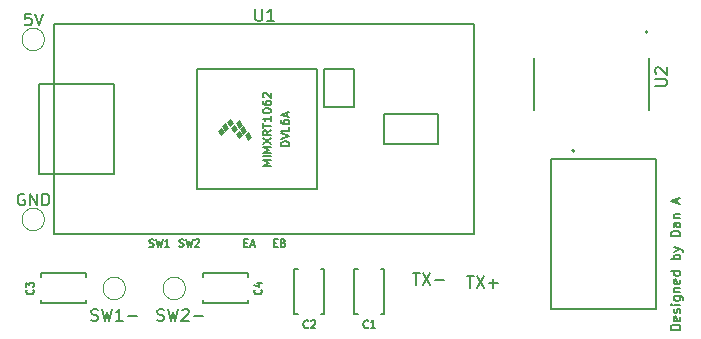
<source format=gbr>
%TF.GenerationSoftware,KiCad,Pcbnew,9.0.3*%
%TF.CreationDate,2025-08-09T12:17:42+10:00*%
%TF.ProjectId,soundrocket,736f756e-6472-46f6-936b-65742e6b6963,rev?*%
%TF.SameCoordinates,Original*%
%TF.FileFunction,Legend,Top*%
%TF.FilePolarity,Positive*%
%FSLAX46Y46*%
G04 Gerber Fmt 4.6, Leading zero omitted, Abs format (unit mm)*
G04 Created by KiCad (PCBNEW 9.0.3) date 2025-08-09 12:17:42*
%MOMM*%
%LPD*%
G01*
G04 APERTURE LIST*
%ADD10C,0.160000*%
%ADD11C,0.150000*%
%ADD12C,0.127000*%
%ADD13C,0.100000*%
%ADD14C,0.120000*%
%ADD15C,0.200000*%
G04 APERTURE END LIST*
D10*
X178709775Y-56854260D02*
X177909775Y-56854260D01*
X177909775Y-56854260D02*
X177909775Y-56663784D01*
X177909775Y-56663784D02*
X177947870Y-56549498D01*
X177947870Y-56549498D02*
X178024060Y-56473308D01*
X178024060Y-56473308D02*
X178100251Y-56435213D01*
X178100251Y-56435213D02*
X178252632Y-56397117D01*
X178252632Y-56397117D02*
X178366918Y-56397117D01*
X178366918Y-56397117D02*
X178519299Y-56435213D01*
X178519299Y-56435213D02*
X178595489Y-56473308D01*
X178595489Y-56473308D02*
X178671680Y-56549498D01*
X178671680Y-56549498D02*
X178709775Y-56663784D01*
X178709775Y-56663784D02*
X178709775Y-56854260D01*
X178671680Y-55749498D02*
X178709775Y-55825689D01*
X178709775Y-55825689D02*
X178709775Y-55978070D01*
X178709775Y-55978070D02*
X178671680Y-56054260D01*
X178671680Y-56054260D02*
X178595489Y-56092356D01*
X178595489Y-56092356D02*
X178290727Y-56092356D01*
X178290727Y-56092356D02*
X178214537Y-56054260D01*
X178214537Y-56054260D02*
X178176441Y-55978070D01*
X178176441Y-55978070D02*
X178176441Y-55825689D01*
X178176441Y-55825689D02*
X178214537Y-55749498D01*
X178214537Y-55749498D02*
X178290727Y-55711403D01*
X178290727Y-55711403D02*
X178366918Y-55711403D01*
X178366918Y-55711403D02*
X178443108Y-56092356D01*
X178671680Y-55406642D02*
X178709775Y-55330451D01*
X178709775Y-55330451D02*
X178709775Y-55178070D01*
X178709775Y-55178070D02*
X178671680Y-55101880D01*
X178671680Y-55101880D02*
X178595489Y-55063784D01*
X178595489Y-55063784D02*
X178557394Y-55063784D01*
X178557394Y-55063784D02*
X178481203Y-55101880D01*
X178481203Y-55101880D02*
X178443108Y-55178070D01*
X178443108Y-55178070D02*
X178443108Y-55292356D01*
X178443108Y-55292356D02*
X178405013Y-55368546D01*
X178405013Y-55368546D02*
X178328822Y-55406642D01*
X178328822Y-55406642D02*
X178290727Y-55406642D01*
X178290727Y-55406642D02*
X178214537Y-55368546D01*
X178214537Y-55368546D02*
X178176441Y-55292356D01*
X178176441Y-55292356D02*
X178176441Y-55178070D01*
X178176441Y-55178070D02*
X178214537Y-55101880D01*
X178709775Y-54720927D02*
X178176441Y-54720927D01*
X177909775Y-54720927D02*
X177947870Y-54759023D01*
X177947870Y-54759023D02*
X177985965Y-54720927D01*
X177985965Y-54720927D02*
X177947870Y-54682832D01*
X177947870Y-54682832D02*
X177909775Y-54720927D01*
X177909775Y-54720927D02*
X177985965Y-54720927D01*
X178176441Y-53997118D02*
X178824060Y-53997118D01*
X178824060Y-53997118D02*
X178900251Y-54035213D01*
X178900251Y-54035213D02*
X178938346Y-54073309D01*
X178938346Y-54073309D02*
X178976441Y-54149499D01*
X178976441Y-54149499D02*
X178976441Y-54263785D01*
X178976441Y-54263785D02*
X178938346Y-54339975D01*
X178671680Y-53997118D02*
X178709775Y-54073309D01*
X178709775Y-54073309D02*
X178709775Y-54225690D01*
X178709775Y-54225690D02*
X178671680Y-54301880D01*
X178671680Y-54301880D02*
X178633584Y-54339975D01*
X178633584Y-54339975D02*
X178557394Y-54378071D01*
X178557394Y-54378071D02*
X178328822Y-54378071D01*
X178328822Y-54378071D02*
X178252632Y-54339975D01*
X178252632Y-54339975D02*
X178214537Y-54301880D01*
X178214537Y-54301880D02*
X178176441Y-54225690D01*
X178176441Y-54225690D02*
X178176441Y-54073309D01*
X178176441Y-54073309D02*
X178214537Y-53997118D01*
X178176441Y-53616165D02*
X178709775Y-53616165D01*
X178252632Y-53616165D02*
X178214537Y-53578070D01*
X178214537Y-53578070D02*
X178176441Y-53501880D01*
X178176441Y-53501880D02*
X178176441Y-53387594D01*
X178176441Y-53387594D02*
X178214537Y-53311403D01*
X178214537Y-53311403D02*
X178290727Y-53273308D01*
X178290727Y-53273308D02*
X178709775Y-53273308D01*
X178671680Y-52587593D02*
X178709775Y-52663784D01*
X178709775Y-52663784D02*
X178709775Y-52816165D01*
X178709775Y-52816165D02*
X178671680Y-52892355D01*
X178671680Y-52892355D02*
X178595489Y-52930451D01*
X178595489Y-52930451D02*
X178290727Y-52930451D01*
X178290727Y-52930451D02*
X178214537Y-52892355D01*
X178214537Y-52892355D02*
X178176441Y-52816165D01*
X178176441Y-52816165D02*
X178176441Y-52663784D01*
X178176441Y-52663784D02*
X178214537Y-52587593D01*
X178214537Y-52587593D02*
X178290727Y-52549498D01*
X178290727Y-52549498D02*
X178366918Y-52549498D01*
X178366918Y-52549498D02*
X178443108Y-52930451D01*
X178709775Y-51863784D02*
X177909775Y-51863784D01*
X178671680Y-51863784D02*
X178709775Y-51939975D01*
X178709775Y-51939975D02*
X178709775Y-52092356D01*
X178709775Y-52092356D02*
X178671680Y-52168546D01*
X178671680Y-52168546D02*
X178633584Y-52206641D01*
X178633584Y-52206641D02*
X178557394Y-52244737D01*
X178557394Y-52244737D02*
X178328822Y-52244737D01*
X178328822Y-52244737D02*
X178252632Y-52206641D01*
X178252632Y-52206641D02*
X178214537Y-52168546D01*
X178214537Y-52168546D02*
X178176441Y-52092356D01*
X178176441Y-52092356D02*
X178176441Y-51939975D01*
X178176441Y-51939975D02*
X178214537Y-51863784D01*
X178709775Y-50873307D02*
X177909775Y-50873307D01*
X178214537Y-50873307D02*
X178176441Y-50797117D01*
X178176441Y-50797117D02*
X178176441Y-50644736D01*
X178176441Y-50644736D02*
X178214537Y-50568545D01*
X178214537Y-50568545D02*
X178252632Y-50530450D01*
X178252632Y-50530450D02*
X178328822Y-50492355D01*
X178328822Y-50492355D02*
X178557394Y-50492355D01*
X178557394Y-50492355D02*
X178633584Y-50530450D01*
X178633584Y-50530450D02*
X178671680Y-50568545D01*
X178671680Y-50568545D02*
X178709775Y-50644736D01*
X178709775Y-50644736D02*
X178709775Y-50797117D01*
X178709775Y-50797117D02*
X178671680Y-50873307D01*
X178176441Y-50225688D02*
X178709775Y-50035212D01*
X178176441Y-49844735D02*
X178709775Y-50035212D01*
X178709775Y-50035212D02*
X178900251Y-50111402D01*
X178900251Y-50111402D02*
X178938346Y-50149497D01*
X178938346Y-50149497D02*
X178976441Y-50225688D01*
X178709775Y-48930449D02*
X177909775Y-48930449D01*
X177909775Y-48930449D02*
X177909775Y-48739973D01*
X177909775Y-48739973D02*
X177947870Y-48625687D01*
X177947870Y-48625687D02*
X178024060Y-48549497D01*
X178024060Y-48549497D02*
X178100251Y-48511402D01*
X178100251Y-48511402D02*
X178252632Y-48473306D01*
X178252632Y-48473306D02*
X178366918Y-48473306D01*
X178366918Y-48473306D02*
X178519299Y-48511402D01*
X178519299Y-48511402D02*
X178595489Y-48549497D01*
X178595489Y-48549497D02*
X178671680Y-48625687D01*
X178671680Y-48625687D02*
X178709775Y-48739973D01*
X178709775Y-48739973D02*
X178709775Y-48930449D01*
X178709775Y-47787592D02*
X178290727Y-47787592D01*
X178290727Y-47787592D02*
X178214537Y-47825687D01*
X178214537Y-47825687D02*
X178176441Y-47901878D01*
X178176441Y-47901878D02*
X178176441Y-48054259D01*
X178176441Y-48054259D02*
X178214537Y-48130449D01*
X178671680Y-47787592D02*
X178709775Y-47863783D01*
X178709775Y-47863783D02*
X178709775Y-48054259D01*
X178709775Y-48054259D02*
X178671680Y-48130449D01*
X178671680Y-48130449D02*
X178595489Y-48168545D01*
X178595489Y-48168545D02*
X178519299Y-48168545D01*
X178519299Y-48168545D02*
X178443108Y-48130449D01*
X178443108Y-48130449D02*
X178405013Y-48054259D01*
X178405013Y-48054259D02*
X178405013Y-47863783D01*
X178405013Y-47863783D02*
X178366918Y-47787592D01*
X178176441Y-47406639D02*
X178709775Y-47406639D01*
X178252632Y-47406639D02*
X178214537Y-47368544D01*
X178214537Y-47368544D02*
X178176441Y-47292354D01*
X178176441Y-47292354D02*
X178176441Y-47178068D01*
X178176441Y-47178068D02*
X178214537Y-47101877D01*
X178214537Y-47101877D02*
X178290727Y-47063782D01*
X178290727Y-47063782D02*
X178709775Y-47063782D01*
X178481203Y-46111401D02*
X178481203Y-45730448D01*
X178709775Y-46187591D02*
X177909775Y-45920924D01*
X177909775Y-45920924D02*
X178709775Y-45654258D01*
D11*
X156099048Y-52032819D02*
X156670476Y-52032819D01*
X156384762Y-53032819D02*
X156384762Y-52032819D01*
X156908572Y-52032819D02*
X157575238Y-53032819D01*
X157575238Y-52032819D02*
X156908572Y-53032819D01*
X157956191Y-52651866D02*
X158718096Y-52651866D01*
X136306666Y-49780618D02*
X136398095Y-49811094D01*
X136398095Y-49811094D02*
X136550476Y-49811094D01*
X136550476Y-49811094D02*
X136611428Y-49780618D01*
X136611428Y-49780618D02*
X136641904Y-49750141D01*
X136641904Y-49750141D02*
X136672381Y-49689189D01*
X136672381Y-49689189D02*
X136672381Y-49628237D01*
X136672381Y-49628237D02*
X136641904Y-49567284D01*
X136641904Y-49567284D02*
X136611428Y-49536808D01*
X136611428Y-49536808D02*
X136550476Y-49506332D01*
X136550476Y-49506332D02*
X136428571Y-49475856D01*
X136428571Y-49475856D02*
X136367619Y-49445379D01*
X136367619Y-49445379D02*
X136337142Y-49414903D01*
X136337142Y-49414903D02*
X136306666Y-49353951D01*
X136306666Y-49353951D02*
X136306666Y-49292998D01*
X136306666Y-49292998D02*
X136337142Y-49232046D01*
X136337142Y-49232046D02*
X136367619Y-49201570D01*
X136367619Y-49201570D02*
X136428571Y-49171094D01*
X136428571Y-49171094D02*
X136580952Y-49171094D01*
X136580952Y-49171094D02*
X136672381Y-49201570D01*
X136885714Y-49171094D02*
X137038095Y-49811094D01*
X137038095Y-49811094D02*
X137160000Y-49353951D01*
X137160000Y-49353951D02*
X137281905Y-49811094D01*
X137281905Y-49811094D02*
X137434286Y-49171094D01*
X137647619Y-49232046D02*
X137678095Y-49201570D01*
X137678095Y-49201570D02*
X137739048Y-49171094D01*
X137739048Y-49171094D02*
X137891429Y-49171094D01*
X137891429Y-49171094D02*
X137952381Y-49201570D01*
X137952381Y-49201570D02*
X137982857Y-49232046D01*
X137982857Y-49232046D02*
X138013334Y-49292998D01*
X138013334Y-49292998D02*
X138013334Y-49353951D01*
X138013334Y-49353951D02*
X137982857Y-49445379D01*
X137982857Y-49445379D02*
X137617143Y-49811094D01*
X137617143Y-49811094D02*
X138013334Y-49811094D01*
X160671048Y-52286819D02*
X161242476Y-52286819D01*
X160956762Y-53286819D02*
X160956762Y-52286819D01*
X161480572Y-52286819D02*
X162147238Y-53286819D01*
X162147238Y-52286819D02*
X161480572Y-53286819D01*
X162528191Y-52905866D02*
X163290096Y-52905866D01*
X162909143Y-53286819D02*
X162909143Y-52524914D01*
X141828571Y-49483038D02*
X142041905Y-49483038D01*
X142133333Y-49818276D02*
X141828571Y-49818276D01*
X141828571Y-49818276D02*
X141828571Y-49178276D01*
X141828571Y-49178276D02*
X142133333Y-49178276D01*
X142377143Y-49635419D02*
X142681905Y-49635419D01*
X142316191Y-49818276D02*
X142529524Y-49178276D01*
X142529524Y-49178276D02*
X142742858Y-49818276D01*
X133766666Y-49787800D02*
X133858095Y-49818276D01*
X133858095Y-49818276D02*
X134010476Y-49818276D01*
X134010476Y-49818276D02*
X134071428Y-49787800D01*
X134071428Y-49787800D02*
X134101904Y-49757323D01*
X134101904Y-49757323D02*
X134132381Y-49696371D01*
X134132381Y-49696371D02*
X134132381Y-49635419D01*
X134132381Y-49635419D02*
X134101904Y-49574466D01*
X134101904Y-49574466D02*
X134071428Y-49543990D01*
X134071428Y-49543990D02*
X134010476Y-49513514D01*
X134010476Y-49513514D02*
X133888571Y-49483038D01*
X133888571Y-49483038D02*
X133827619Y-49452561D01*
X133827619Y-49452561D02*
X133797142Y-49422085D01*
X133797142Y-49422085D02*
X133766666Y-49361133D01*
X133766666Y-49361133D02*
X133766666Y-49300180D01*
X133766666Y-49300180D02*
X133797142Y-49239228D01*
X133797142Y-49239228D02*
X133827619Y-49208752D01*
X133827619Y-49208752D02*
X133888571Y-49178276D01*
X133888571Y-49178276D02*
X134040952Y-49178276D01*
X134040952Y-49178276D02*
X134132381Y-49208752D01*
X134345714Y-49178276D02*
X134498095Y-49818276D01*
X134498095Y-49818276D02*
X134620000Y-49361133D01*
X134620000Y-49361133D02*
X134741905Y-49818276D01*
X134741905Y-49818276D02*
X134894286Y-49178276D01*
X135473334Y-49818276D02*
X135107619Y-49818276D01*
X135290476Y-49818276D02*
X135290476Y-49178276D01*
X135290476Y-49178276D02*
X135229524Y-49269704D01*
X135229524Y-49269704D02*
X135168572Y-49330657D01*
X135168572Y-49330657D02*
X135107619Y-49361133D01*
X144322856Y-49483038D02*
X144536190Y-49483038D01*
X144627618Y-49818276D02*
X144322856Y-49818276D01*
X144322856Y-49818276D02*
X144322856Y-49178276D01*
X144322856Y-49178276D02*
X144627618Y-49178276D01*
X145115238Y-49483038D02*
X145206666Y-49513514D01*
X145206666Y-49513514D02*
X145237143Y-49543990D01*
X145237143Y-49543990D02*
X145267619Y-49604942D01*
X145267619Y-49604942D02*
X145267619Y-49696371D01*
X145267619Y-49696371D02*
X145237143Y-49757323D01*
X145237143Y-49757323D02*
X145206666Y-49787800D01*
X145206666Y-49787800D02*
X145145714Y-49818276D01*
X145145714Y-49818276D02*
X144901904Y-49818276D01*
X144901904Y-49818276D02*
X144901904Y-49178276D01*
X144901904Y-49178276D02*
X145115238Y-49178276D01*
X145115238Y-49178276D02*
X145176190Y-49208752D01*
X145176190Y-49208752D02*
X145206666Y-49239228D01*
X145206666Y-49239228D02*
X145237143Y-49300180D01*
X145237143Y-49300180D02*
X145237143Y-49361133D01*
X145237143Y-49361133D02*
X145206666Y-49422085D01*
X145206666Y-49422085D02*
X145176190Y-49452561D01*
X145176190Y-49452561D02*
X145115238Y-49483038D01*
X145115238Y-49483038D02*
X144901904Y-49483038D01*
X147213333Y-56615323D02*
X147182857Y-56645800D01*
X147182857Y-56645800D02*
X147091428Y-56676276D01*
X147091428Y-56676276D02*
X147030476Y-56676276D01*
X147030476Y-56676276D02*
X146939047Y-56645800D01*
X146939047Y-56645800D02*
X146878095Y-56584847D01*
X146878095Y-56584847D02*
X146847618Y-56523895D01*
X146847618Y-56523895D02*
X146817142Y-56401990D01*
X146817142Y-56401990D02*
X146817142Y-56310561D01*
X146817142Y-56310561D02*
X146847618Y-56188657D01*
X146847618Y-56188657D02*
X146878095Y-56127704D01*
X146878095Y-56127704D02*
X146939047Y-56066752D01*
X146939047Y-56066752D02*
X147030476Y-56036276D01*
X147030476Y-56036276D02*
X147091428Y-56036276D01*
X147091428Y-56036276D02*
X147182857Y-56066752D01*
X147182857Y-56066752D02*
X147213333Y-56097228D01*
X147457142Y-56097228D02*
X147487618Y-56066752D01*
X147487618Y-56066752D02*
X147548571Y-56036276D01*
X147548571Y-56036276D02*
X147700952Y-56036276D01*
X147700952Y-56036276D02*
X147761904Y-56066752D01*
X147761904Y-56066752D02*
X147792380Y-56097228D01*
X147792380Y-56097228D02*
X147822857Y-56158180D01*
X147822857Y-56158180D02*
X147822857Y-56219133D01*
X147822857Y-56219133D02*
X147792380Y-56310561D01*
X147792380Y-56310561D02*
X147426666Y-56676276D01*
X147426666Y-56676276D02*
X147822857Y-56676276D01*
X142748095Y-29680819D02*
X142748095Y-30490342D01*
X142748095Y-30490342D02*
X142795714Y-30585580D01*
X142795714Y-30585580D02*
X142843333Y-30633200D01*
X142843333Y-30633200D02*
X142938571Y-30680819D01*
X142938571Y-30680819D02*
X143129047Y-30680819D01*
X143129047Y-30680819D02*
X143224285Y-30633200D01*
X143224285Y-30633200D02*
X143271904Y-30585580D01*
X143271904Y-30585580D02*
X143319523Y-30490342D01*
X143319523Y-30490342D02*
X143319523Y-29680819D01*
X144319523Y-30680819D02*
X143748095Y-30680819D01*
X144033809Y-30680819D02*
X144033809Y-29680819D01*
X144033809Y-29680819D02*
X143938571Y-29823676D01*
X143938571Y-29823676D02*
X143843333Y-29918914D01*
X143843333Y-29918914D02*
X143748095Y-29966533D01*
X144080033Y-42961333D02*
X143380033Y-42961333D01*
X143380033Y-42961333D02*
X143880033Y-42728000D01*
X143880033Y-42728000D02*
X143380033Y-42494666D01*
X143380033Y-42494666D02*
X144080033Y-42494666D01*
X144080033Y-42161333D02*
X143380033Y-42161333D01*
X144080033Y-41828000D02*
X143380033Y-41828000D01*
X143380033Y-41828000D02*
X143880033Y-41594667D01*
X143880033Y-41594667D02*
X143380033Y-41361333D01*
X143380033Y-41361333D02*
X144080033Y-41361333D01*
X143380033Y-41094667D02*
X144080033Y-40628000D01*
X143380033Y-40628000D02*
X144080033Y-41094667D01*
X144080033Y-39961333D02*
X143746700Y-40194666D01*
X144080033Y-40361333D02*
X143380033Y-40361333D01*
X143380033Y-40361333D02*
X143380033Y-40094666D01*
X143380033Y-40094666D02*
X143413366Y-40028000D01*
X143413366Y-40028000D02*
X143446700Y-39994666D01*
X143446700Y-39994666D02*
X143513366Y-39961333D01*
X143513366Y-39961333D02*
X143613366Y-39961333D01*
X143613366Y-39961333D02*
X143680033Y-39994666D01*
X143680033Y-39994666D02*
X143713366Y-40028000D01*
X143713366Y-40028000D02*
X143746700Y-40094666D01*
X143746700Y-40094666D02*
X143746700Y-40361333D01*
X143380033Y-39761333D02*
X143380033Y-39361333D01*
X144080033Y-39561333D02*
X143380033Y-39561333D01*
X144080033Y-38761333D02*
X144080033Y-39161333D01*
X144080033Y-38961333D02*
X143380033Y-38961333D01*
X143380033Y-38961333D02*
X143480033Y-39028000D01*
X143480033Y-39028000D02*
X143546700Y-39094667D01*
X143546700Y-39094667D02*
X143580033Y-39161333D01*
X143380033Y-38328000D02*
X143380033Y-38261333D01*
X143380033Y-38261333D02*
X143413366Y-38194666D01*
X143413366Y-38194666D02*
X143446700Y-38161333D01*
X143446700Y-38161333D02*
X143513366Y-38128000D01*
X143513366Y-38128000D02*
X143646700Y-38094666D01*
X143646700Y-38094666D02*
X143813366Y-38094666D01*
X143813366Y-38094666D02*
X143946700Y-38128000D01*
X143946700Y-38128000D02*
X144013366Y-38161333D01*
X144013366Y-38161333D02*
X144046700Y-38194666D01*
X144046700Y-38194666D02*
X144080033Y-38261333D01*
X144080033Y-38261333D02*
X144080033Y-38328000D01*
X144080033Y-38328000D02*
X144046700Y-38394666D01*
X144046700Y-38394666D02*
X144013366Y-38428000D01*
X144013366Y-38428000D02*
X143946700Y-38461333D01*
X143946700Y-38461333D02*
X143813366Y-38494666D01*
X143813366Y-38494666D02*
X143646700Y-38494666D01*
X143646700Y-38494666D02*
X143513366Y-38461333D01*
X143513366Y-38461333D02*
X143446700Y-38428000D01*
X143446700Y-38428000D02*
X143413366Y-38394666D01*
X143413366Y-38394666D02*
X143380033Y-38328000D01*
X143380033Y-37494666D02*
X143380033Y-37627999D01*
X143380033Y-37627999D02*
X143413366Y-37694666D01*
X143413366Y-37694666D02*
X143446700Y-37727999D01*
X143446700Y-37727999D02*
X143546700Y-37794666D01*
X143546700Y-37794666D02*
X143680033Y-37827999D01*
X143680033Y-37827999D02*
X143946700Y-37827999D01*
X143946700Y-37827999D02*
X144013366Y-37794666D01*
X144013366Y-37794666D02*
X144046700Y-37761333D01*
X144046700Y-37761333D02*
X144080033Y-37694666D01*
X144080033Y-37694666D02*
X144080033Y-37561333D01*
X144080033Y-37561333D02*
X144046700Y-37494666D01*
X144046700Y-37494666D02*
X144013366Y-37461333D01*
X144013366Y-37461333D02*
X143946700Y-37427999D01*
X143946700Y-37427999D02*
X143780033Y-37427999D01*
X143780033Y-37427999D02*
X143713366Y-37461333D01*
X143713366Y-37461333D02*
X143680033Y-37494666D01*
X143680033Y-37494666D02*
X143646700Y-37561333D01*
X143646700Y-37561333D02*
X143646700Y-37694666D01*
X143646700Y-37694666D02*
X143680033Y-37761333D01*
X143680033Y-37761333D02*
X143713366Y-37794666D01*
X143713366Y-37794666D02*
X143780033Y-37827999D01*
X143446700Y-37161332D02*
X143413366Y-37127999D01*
X143413366Y-37127999D02*
X143380033Y-37061332D01*
X143380033Y-37061332D02*
X143380033Y-36894666D01*
X143380033Y-36894666D02*
X143413366Y-36827999D01*
X143413366Y-36827999D02*
X143446700Y-36794666D01*
X143446700Y-36794666D02*
X143513366Y-36761332D01*
X143513366Y-36761332D02*
X143580033Y-36761332D01*
X143580033Y-36761332D02*
X143680033Y-36794666D01*
X143680033Y-36794666D02*
X144080033Y-37194666D01*
X144080033Y-37194666D02*
X144080033Y-36761332D01*
X145604033Y-41278000D02*
X144904033Y-41278000D01*
X144904033Y-41278000D02*
X144904033Y-41111333D01*
X144904033Y-41111333D02*
X144937366Y-41011333D01*
X144937366Y-41011333D02*
X145004033Y-40944667D01*
X145004033Y-40944667D02*
X145070700Y-40911333D01*
X145070700Y-40911333D02*
X145204033Y-40878000D01*
X145204033Y-40878000D02*
X145304033Y-40878000D01*
X145304033Y-40878000D02*
X145437366Y-40911333D01*
X145437366Y-40911333D02*
X145504033Y-40944667D01*
X145504033Y-40944667D02*
X145570700Y-41011333D01*
X145570700Y-41011333D02*
X145604033Y-41111333D01*
X145604033Y-41111333D02*
X145604033Y-41278000D01*
X144904033Y-40678000D02*
X145604033Y-40444667D01*
X145604033Y-40444667D02*
X144904033Y-40211333D01*
X145604033Y-39644667D02*
X145604033Y-39978000D01*
X145604033Y-39978000D02*
X144904033Y-39978000D01*
X144904033Y-39111333D02*
X144904033Y-39244666D01*
X144904033Y-39244666D02*
X144937366Y-39311333D01*
X144937366Y-39311333D02*
X144970700Y-39344666D01*
X144970700Y-39344666D02*
X145070700Y-39411333D01*
X145070700Y-39411333D02*
X145204033Y-39444666D01*
X145204033Y-39444666D02*
X145470700Y-39444666D01*
X145470700Y-39444666D02*
X145537366Y-39411333D01*
X145537366Y-39411333D02*
X145570700Y-39378000D01*
X145570700Y-39378000D02*
X145604033Y-39311333D01*
X145604033Y-39311333D02*
X145604033Y-39178000D01*
X145604033Y-39178000D02*
X145570700Y-39111333D01*
X145570700Y-39111333D02*
X145537366Y-39078000D01*
X145537366Y-39078000D02*
X145470700Y-39044666D01*
X145470700Y-39044666D02*
X145304033Y-39044666D01*
X145304033Y-39044666D02*
X145237366Y-39078000D01*
X145237366Y-39078000D02*
X145204033Y-39111333D01*
X145204033Y-39111333D02*
X145170700Y-39178000D01*
X145170700Y-39178000D02*
X145170700Y-39311333D01*
X145170700Y-39311333D02*
X145204033Y-39378000D01*
X145204033Y-39378000D02*
X145237366Y-39411333D01*
X145237366Y-39411333D02*
X145304033Y-39444666D01*
X145404033Y-38777999D02*
X145404033Y-38444666D01*
X145604033Y-38844666D02*
X144904033Y-38611333D01*
X144904033Y-38611333D02*
X145604033Y-38377999D01*
X143229323Y-53446666D02*
X143259800Y-53477142D01*
X143259800Y-53477142D02*
X143290276Y-53568571D01*
X143290276Y-53568571D02*
X143290276Y-53629523D01*
X143290276Y-53629523D02*
X143259800Y-53720952D01*
X143259800Y-53720952D02*
X143198847Y-53781904D01*
X143198847Y-53781904D02*
X143137895Y-53812381D01*
X143137895Y-53812381D02*
X143015990Y-53842857D01*
X143015990Y-53842857D02*
X142924561Y-53842857D01*
X142924561Y-53842857D02*
X142802657Y-53812381D01*
X142802657Y-53812381D02*
X142741704Y-53781904D01*
X142741704Y-53781904D02*
X142680752Y-53720952D01*
X142680752Y-53720952D02*
X142650276Y-53629523D01*
X142650276Y-53629523D02*
X142650276Y-53568571D01*
X142650276Y-53568571D02*
X142680752Y-53477142D01*
X142680752Y-53477142D02*
X142711228Y-53446666D01*
X142863609Y-52898095D02*
X143290276Y-52898095D01*
X142619800Y-53050476D02*
X143076942Y-53202857D01*
X143076942Y-53202857D02*
X143076942Y-52806666D01*
X134445619Y-56033200D02*
X134588476Y-56080819D01*
X134588476Y-56080819D02*
X134826571Y-56080819D01*
X134826571Y-56080819D02*
X134921809Y-56033200D01*
X134921809Y-56033200D02*
X134969428Y-55985580D01*
X134969428Y-55985580D02*
X135017047Y-55890342D01*
X135017047Y-55890342D02*
X135017047Y-55795104D01*
X135017047Y-55795104D02*
X134969428Y-55699866D01*
X134969428Y-55699866D02*
X134921809Y-55652247D01*
X134921809Y-55652247D02*
X134826571Y-55604628D01*
X134826571Y-55604628D02*
X134636095Y-55557009D01*
X134636095Y-55557009D02*
X134540857Y-55509390D01*
X134540857Y-55509390D02*
X134493238Y-55461771D01*
X134493238Y-55461771D02*
X134445619Y-55366533D01*
X134445619Y-55366533D02*
X134445619Y-55271295D01*
X134445619Y-55271295D02*
X134493238Y-55176057D01*
X134493238Y-55176057D02*
X134540857Y-55128438D01*
X134540857Y-55128438D02*
X134636095Y-55080819D01*
X134636095Y-55080819D02*
X134874190Y-55080819D01*
X134874190Y-55080819D02*
X135017047Y-55128438D01*
X135350381Y-55080819D02*
X135588476Y-56080819D01*
X135588476Y-56080819D02*
X135778952Y-55366533D01*
X135778952Y-55366533D02*
X135969428Y-56080819D01*
X135969428Y-56080819D02*
X136207524Y-55080819D01*
X136540857Y-55176057D02*
X136588476Y-55128438D01*
X136588476Y-55128438D02*
X136683714Y-55080819D01*
X136683714Y-55080819D02*
X136921809Y-55080819D01*
X136921809Y-55080819D02*
X137017047Y-55128438D01*
X137017047Y-55128438D02*
X137064666Y-55176057D01*
X137064666Y-55176057D02*
X137112285Y-55271295D01*
X137112285Y-55271295D02*
X137112285Y-55366533D01*
X137112285Y-55366533D02*
X137064666Y-55509390D01*
X137064666Y-55509390D02*
X136493238Y-56080819D01*
X136493238Y-56080819D02*
X137112285Y-56080819D01*
X137540857Y-55699866D02*
X138302762Y-55699866D01*
X128857619Y-56033200D02*
X129000476Y-56080819D01*
X129000476Y-56080819D02*
X129238571Y-56080819D01*
X129238571Y-56080819D02*
X129333809Y-56033200D01*
X129333809Y-56033200D02*
X129381428Y-55985580D01*
X129381428Y-55985580D02*
X129429047Y-55890342D01*
X129429047Y-55890342D02*
X129429047Y-55795104D01*
X129429047Y-55795104D02*
X129381428Y-55699866D01*
X129381428Y-55699866D02*
X129333809Y-55652247D01*
X129333809Y-55652247D02*
X129238571Y-55604628D01*
X129238571Y-55604628D02*
X129048095Y-55557009D01*
X129048095Y-55557009D02*
X128952857Y-55509390D01*
X128952857Y-55509390D02*
X128905238Y-55461771D01*
X128905238Y-55461771D02*
X128857619Y-55366533D01*
X128857619Y-55366533D02*
X128857619Y-55271295D01*
X128857619Y-55271295D02*
X128905238Y-55176057D01*
X128905238Y-55176057D02*
X128952857Y-55128438D01*
X128952857Y-55128438D02*
X129048095Y-55080819D01*
X129048095Y-55080819D02*
X129286190Y-55080819D01*
X129286190Y-55080819D02*
X129429047Y-55128438D01*
X129762381Y-55080819D02*
X130000476Y-56080819D01*
X130000476Y-56080819D02*
X130190952Y-55366533D01*
X130190952Y-55366533D02*
X130381428Y-56080819D01*
X130381428Y-56080819D02*
X130619524Y-55080819D01*
X131524285Y-56080819D02*
X130952857Y-56080819D01*
X131238571Y-56080819D02*
X131238571Y-55080819D01*
X131238571Y-55080819D02*
X131143333Y-55223676D01*
X131143333Y-55223676D02*
X131048095Y-55318914D01*
X131048095Y-55318914D02*
X130952857Y-55366533D01*
X131952857Y-55699866D02*
X132714762Y-55699866D01*
X123190095Y-45352438D02*
X123094857Y-45304819D01*
X123094857Y-45304819D02*
X122952000Y-45304819D01*
X122952000Y-45304819D02*
X122809143Y-45352438D01*
X122809143Y-45352438D02*
X122713905Y-45447676D01*
X122713905Y-45447676D02*
X122666286Y-45542914D01*
X122666286Y-45542914D02*
X122618667Y-45733390D01*
X122618667Y-45733390D02*
X122618667Y-45876247D01*
X122618667Y-45876247D02*
X122666286Y-46066723D01*
X122666286Y-46066723D02*
X122713905Y-46161961D01*
X122713905Y-46161961D02*
X122809143Y-46257200D01*
X122809143Y-46257200D02*
X122952000Y-46304819D01*
X122952000Y-46304819D02*
X123047238Y-46304819D01*
X123047238Y-46304819D02*
X123190095Y-46257200D01*
X123190095Y-46257200D02*
X123237714Y-46209580D01*
X123237714Y-46209580D02*
X123237714Y-45876247D01*
X123237714Y-45876247D02*
X123047238Y-45876247D01*
X123666286Y-46304819D02*
X123666286Y-45304819D01*
X123666286Y-45304819D02*
X124237714Y-46304819D01*
X124237714Y-46304819D02*
X124237714Y-45304819D01*
X124713905Y-46304819D02*
X124713905Y-45304819D01*
X124713905Y-45304819D02*
X124952000Y-45304819D01*
X124952000Y-45304819D02*
X125094857Y-45352438D01*
X125094857Y-45352438D02*
X125190095Y-45447676D01*
X125190095Y-45447676D02*
X125237714Y-45542914D01*
X125237714Y-45542914D02*
X125285333Y-45733390D01*
X125285333Y-45733390D02*
X125285333Y-45876247D01*
X125285333Y-45876247D02*
X125237714Y-46066723D01*
X125237714Y-46066723D02*
X125190095Y-46161961D01*
X125190095Y-46161961D02*
X125094857Y-46257200D01*
X125094857Y-46257200D02*
X124952000Y-46304819D01*
X124952000Y-46304819D02*
X124713905Y-46304819D01*
X123761523Y-30064819D02*
X123285333Y-30064819D01*
X123285333Y-30064819D02*
X123237714Y-30541009D01*
X123237714Y-30541009D02*
X123285333Y-30493390D01*
X123285333Y-30493390D02*
X123380571Y-30445771D01*
X123380571Y-30445771D02*
X123618666Y-30445771D01*
X123618666Y-30445771D02*
X123713904Y-30493390D01*
X123713904Y-30493390D02*
X123761523Y-30541009D01*
X123761523Y-30541009D02*
X123809142Y-30636247D01*
X123809142Y-30636247D02*
X123809142Y-30874342D01*
X123809142Y-30874342D02*
X123761523Y-30969580D01*
X123761523Y-30969580D02*
X123713904Y-31017200D01*
X123713904Y-31017200D02*
X123618666Y-31064819D01*
X123618666Y-31064819D02*
X123380571Y-31064819D01*
X123380571Y-31064819D02*
X123285333Y-31017200D01*
X123285333Y-31017200D02*
X123237714Y-30969580D01*
X124094857Y-30064819D02*
X124428190Y-31064819D01*
X124428190Y-31064819D02*
X124761523Y-30064819D01*
X152293333Y-56615323D02*
X152262857Y-56645800D01*
X152262857Y-56645800D02*
X152171428Y-56676276D01*
X152171428Y-56676276D02*
X152110476Y-56676276D01*
X152110476Y-56676276D02*
X152019047Y-56645800D01*
X152019047Y-56645800D02*
X151958095Y-56584847D01*
X151958095Y-56584847D02*
X151927618Y-56523895D01*
X151927618Y-56523895D02*
X151897142Y-56401990D01*
X151897142Y-56401990D02*
X151897142Y-56310561D01*
X151897142Y-56310561D02*
X151927618Y-56188657D01*
X151927618Y-56188657D02*
X151958095Y-56127704D01*
X151958095Y-56127704D02*
X152019047Y-56066752D01*
X152019047Y-56066752D02*
X152110476Y-56036276D01*
X152110476Y-56036276D02*
X152171428Y-56036276D01*
X152171428Y-56036276D02*
X152262857Y-56066752D01*
X152262857Y-56066752D02*
X152293333Y-56097228D01*
X152902857Y-56676276D02*
X152537142Y-56676276D01*
X152719999Y-56676276D02*
X152719999Y-56036276D01*
X152719999Y-56036276D02*
X152659047Y-56127704D01*
X152659047Y-56127704D02*
X152598095Y-56188657D01*
X152598095Y-56188657D02*
X152537142Y-56219133D01*
X176581819Y-36184904D02*
X177391342Y-36184904D01*
X177391342Y-36184904D02*
X177486580Y-36137285D01*
X177486580Y-36137285D02*
X177534200Y-36089666D01*
X177534200Y-36089666D02*
X177581819Y-35994428D01*
X177581819Y-35994428D02*
X177581819Y-35803952D01*
X177581819Y-35803952D02*
X177534200Y-35708714D01*
X177534200Y-35708714D02*
X177486580Y-35661095D01*
X177486580Y-35661095D02*
X177391342Y-35613476D01*
X177391342Y-35613476D02*
X176581819Y-35613476D01*
X176677057Y-35184904D02*
X176629438Y-35137285D01*
X176629438Y-35137285D02*
X176581819Y-35042047D01*
X176581819Y-35042047D02*
X176581819Y-34803952D01*
X176581819Y-34803952D02*
X176629438Y-34708714D01*
X176629438Y-34708714D02*
X176677057Y-34661095D01*
X176677057Y-34661095D02*
X176772295Y-34613476D01*
X176772295Y-34613476D02*
X176867533Y-34613476D01*
X176867533Y-34613476D02*
X177010390Y-34661095D01*
X177010390Y-34661095D02*
X177581819Y-35232523D01*
X177581819Y-35232523D02*
X177581819Y-34613476D01*
X123925323Y-53446666D02*
X123955800Y-53477142D01*
X123955800Y-53477142D02*
X123986276Y-53568571D01*
X123986276Y-53568571D02*
X123986276Y-53629523D01*
X123986276Y-53629523D02*
X123955800Y-53720952D01*
X123955800Y-53720952D02*
X123894847Y-53781904D01*
X123894847Y-53781904D02*
X123833895Y-53812381D01*
X123833895Y-53812381D02*
X123711990Y-53842857D01*
X123711990Y-53842857D02*
X123620561Y-53842857D01*
X123620561Y-53842857D02*
X123498657Y-53812381D01*
X123498657Y-53812381D02*
X123437704Y-53781904D01*
X123437704Y-53781904D02*
X123376752Y-53720952D01*
X123376752Y-53720952D02*
X123346276Y-53629523D01*
X123346276Y-53629523D02*
X123346276Y-53568571D01*
X123346276Y-53568571D02*
X123376752Y-53477142D01*
X123376752Y-53477142D02*
X123407228Y-53446666D01*
X123346276Y-53233333D02*
X123346276Y-52837142D01*
X123346276Y-52837142D02*
X123590085Y-53050476D01*
X123590085Y-53050476D02*
X123590085Y-52959047D01*
X123590085Y-52959047D02*
X123620561Y-52898095D01*
X123620561Y-52898095D02*
X123651038Y-52867619D01*
X123651038Y-52867619D02*
X123711990Y-52837142D01*
X123711990Y-52837142D02*
X123864371Y-52837142D01*
X123864371Y-52837142D02*
X123925323Y-52867619D01*
X123925323Y-52867619D02*
X123955800Y-52898095D01*
X123955800Y-52898095D02*
X123986276Y-52959047D01*
X123986276Y-52959047D02*
X123986276Y-53141904D01*
X123986276Y-53141904D02*
X123955800Y-53202857D01*
X123955800Y-53202857D02*
X123925323Y-53233333D01*
D12*
%TO.C,C2*%
X146050000Y-51689000D02*
X146050000Y-55499000D01*
X146050000Y-51689000D02*
X146341000Y-51689000D01*
X146050000Y-55499000D02*
X146341000Y-55499000D01*
X148299000Y-55499000D02*
X148590000Y-55499000D01*
X148590000Y-51689000D02*
X148299000Y-51689000D01*
X148590000Y-55499000D02*
X148590000Y-51689000D01*
D11*
%TO.C,U1*%
X124460000Y-36068000D02*
X125730000Y-36068000D01*
X124460000Y-43688000D02*
X124460000Y-36068000D01*
X125730000Y-30988000D02*
X161290000Y-30988000D01*
X125730000Y-43688000D02*
X124460000Y-43688000D01*
X125730000Y-48768000D02*
X125730000Y-30988000D01*
X130810000Y-36068000D02*
X125730000Y-36068000D01*
X130810000Y-43688000D02*
X125730000Y-43688000D01*
X130810000Y-43688000D02*
X130810000Y-36068000D01*
X137795000Y-34798000D02*
X137795000Y-44958000D01*
X147955000Y-34798000D02*
X137795000Y-34798000D01*
X147955000Y-44958000D02*
X137795000Y-44958000D01*
X147955000Y-44958000D02*
X147955000Y-34798000D01*
X148590000Y-34798000D02*
X151130000Y-34798000D01*
X148590000Y-37973000D02*
X148590000Y-34798000D01*
X151130000Y-34798000D02*
X151130000Y-37973000D01*
X151130000Y-37973000D02*
X148590000Y-37973000D01*
X153670000Y-38608000D02*
X158242000Y-38608000D01*
X153670000Y-41148000D02*
X153670000Y-38608000D01*
X158242000Y-38608000D02*
X158242000Y-41148000D01*
X158242000Y-41148000D02*
X153670000Y-41148000D01*
X161290000Y-30988000D02*
X161290000Y-48768000D01*
X161290000Y-48768000D02*
X125730000Y-48768000D01*
D13*
X140081000Y-40132000D02*
X139827000Y-40386000D01*
X139573000Y-40005000D01*
X139827000Y-39751000D01*
X140081000Y-40132000D01*
G36*
X140081000Y-40132000D02*
G01*
X139827000Y-40386000D01*
X139573000Y-40005000D01*
X139827000Y-39751000D01*
X140081000Y-40132000D01*
G37*
X140462000Y-39751000D02*
X140208000Y-40005000D01*
X139954000Y-39624000D01*
X140208000Y-39370000D01*
X140462000Y-39751000D01*
G36*
X140462000Y-39751000D02*
G01*
X140208000Y-40005000D01*
X139954000Y-39624000D01*
X140208000Y-39370000D01*
X140462000Y-39751000D01*
G37*
X140843000Y-39370000D02*
X140589000Y-39624000D01*
X140335000Y-39243000D01*
X140589000Y-38989000D01*
X140843000Y-39370000D01*
G36*
X140843000Y-39370000D02*
G01*
X140589000Y-39624000D01*
X140335000Y-39243000D01*
X140589000Y-38989000D01*
X140843000Y-39370000D01*
G37*
X141224000Y-39878000D02*
X140970000Y-40132000D01*
X140716000Y-39751000D01*
X140970000Y-39497000D01*
X141224000Y-39878000D01*
G36*
X141224000Y-39878000D02*
G01*
X140970000Y-40132000D01*
X140716000Y-39751000D01*
X140970000Y-39497000D01*
X141224000Y-39878000D01*
G37*
X141605000Y-39497000D02*
X141351000Y-39751000D01*
X141097000Y-39370000D01*
X141351000Y-39116000D01*
X141605000Y-39497000D01*
G36*
X141605000Y-39497000D02*
G01*
X141351000Y-39751000D01*
X141097000Y-39370000D01*
X141351000Y-39116000D01*
X141605000Y-39497000D01*
G37*
X141605000Y-40386000D02*
X141351000Y-40640000D01*
X141097000Y-40259000D01*
X141351000Y-40005000D01*
X141605000Y-40386000D01*
G36*
X141605000Y-40386000D02*
G01*
X141351000Y-40640000D01*
X141097000Y-40259000D01*
X141351000Y-40005000D01*
X141605000Y-40386000D01*
G37*
X141986000Y-40005000D02*
X141732000Y-40259000D01*
X141478000Y-39878000D01*
X141732000Y-39624000D01*
X141986000Y-40005000D01*
G36*
X141986000Y-40005000D02*
G01*
X141732000Y-40259000D01*
X141478000Y-39878000D01*
X141732000Y-39624000D01*
X141986000Y-40005000D01*
G37*
X142367000Y-40513000D02*
X142113000Y-40767000D01*
X141859000Y-40386000D01*
X142113000Y-40132000D01*
X142367000Y-40513000D01*
G36*
X142367000Y-40513000D02*
G01*
X142113000Y-40767000D01*
X141859000Y-40386000D01*
X142113000Y-40132000D01*
X142367000Y-40513000D01*
G37*
D12*
%TO.C,C4*%
X138303000Y-52070000D02*
X138303000Y-52361000D01*
X138303000Y-54610000D02*
X138303000Y-54319000D01*
X138303000Y-54610000D02*
X142113000Y-54610000D01*
X142113000Y-52070000D02*
X138303000Y-52070000D01*
X142113000Y-52361000D02*
X142113000Y-52070000D01*
X142113000Y-54610000D02*
X142113000Y-54319000D01*
D14*
%TO.C,SW2-*%
X136840000Y-53340000D02*
G75*
G02*
X134940000Y-53340000I-950000J0D01*
G01*
X134940000Y-53340000D02*
G75*
G02*
X136840000Y-53340000I950000J0D01*
G01*
D12*
%TO.C,T1*%
X167767000Y-42418000D02*
X167767000Y-55118000D01*
X176657000Y-42418000D02*
X167767000Y-42418000D01*
X176657000Y-42418000D02*
X176657000Y-55118000D01*
X176657000Y-55118000D02*
X167767000Y-55118000D01*
D15*
X169772000Y-41668000D02*
G75*
G02*
X169572000Y-41668000I-100000J0D01*
G01*
X169572000Y-41668000D02*
G75*
G02*
X169772000Y-41668000I100000J0D01*
G01*
D14*
%TO.C,SW1-*%
X131760000Y-53340000D02*
G75*
G02*
X129860000Y-53340000I-950000J0D01*
G01*
X129860000Y-53340000D02*
G75*
G02*
X131760000Y-53340000I950000J0D01*
G01*
%TO.C,GND*%
X124902000Y-47498000D02*
G75*
G02*
X123002000Y-47498000I-950000J0D01*
G01*
X123002000Y-47498000D02*
G75*
G02*
X124902000Y-47498000I950000J0D01*
G01*
%TO.C,5V*%
X124902000Y-32258000D02*
G75*
G02*
X123002000Y-32258000I-950000J0D01*
G01*
X123002000Y-32258000D02*
G75*
G02*
X124902000Y-32258000I950000J0D01*
G01*
D12*
%TO.C,C1*%
X151130000Y-51689000D02*
X151130000Y-55499000D01*
X151130000Y-51689000D02*
X151421000Y-51689000D01*
X151130000Y-55499000D02*
X151421000Y-55499000D01*
X153379000Y-55499000D02*
X153670000Y-55499000D01*
X153670000Y-51689000D02*
X153379000Y-51689000D01*
X153670000Y-55499000D02*
X153670000Y-51689000D01*
%TO.C,U2*%
X166365000Y-33868000D02*
X166365000Y-38268000D01*
X176065000Y-33868000D02*
X176065000Y-38268000D01*
D15*
X175950000Y-31628000D02*
G75*
G02*
X175750000Y-31628000I-100000J0D01*
G01*
X175750000Y-31628000D02*
G75*
G02*
X175950000Y-31628000I100000J0D01*
G01*
D12*
%TO.C,C3*%
X124587000Y-52070000D02*
X124587000Y-52361000D01*
X124587000Y-54319000D02*
X124587000Y-54610000D01*
X124587000Y-54610000D02*
X128397000Y-54610000D01*
X128397000Y-52070000D02*
X124587000Y-52070000D01*
X128397000Y-52070000D02*
X128397000Y-52361000D01*
X128397000Y-54610000D02*
X128397000Y-54319000D01*
%TD*%
M02*

</source>
